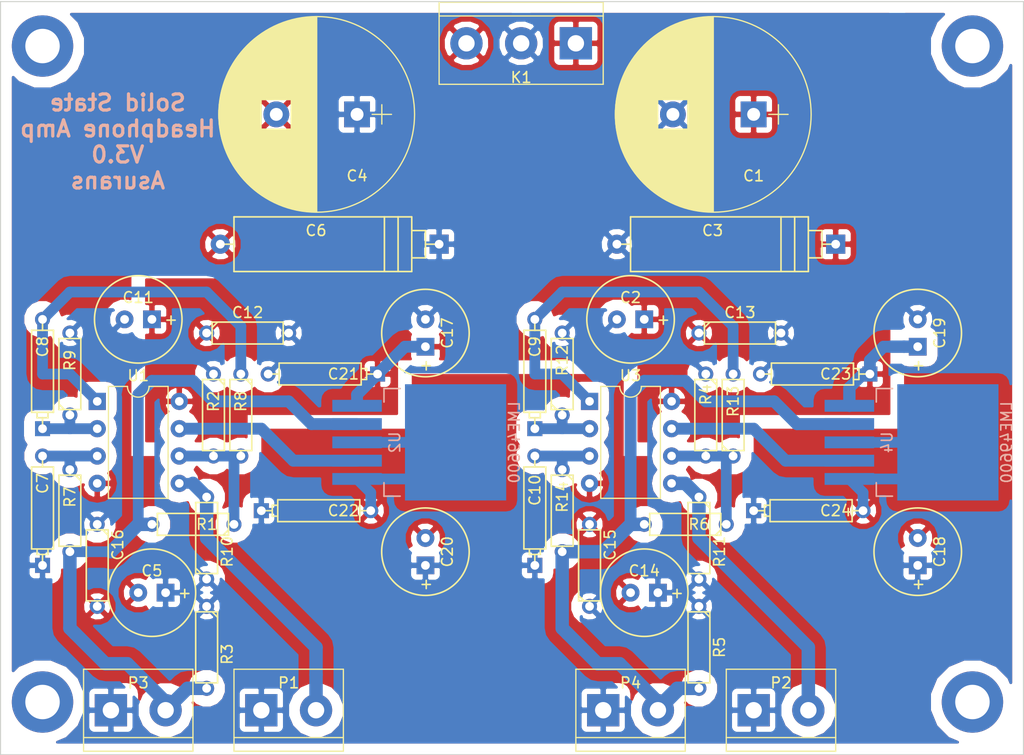
<source format=kicad_pcb>
(kicad_pcb (version 4) (host pcbnew 4.0.7)
  (layers (0 F.Cu signal) (31 B.Cu signal) (34 B.Paste user) (35 F.Paste user) (36 B.SilkS user) (37 F.SilkS user) (38 B.Mask user) (39 F.Mask user) (44 Edge.Cuts user))
  (net 0 "")
  (net 1 VCC)
  (net 2 GND)
  (net 3 VEE)
  (net 4 "Net-(C7-Pad2)")
  (net 5 "Net-(C8-Pad1)")
  (net 6 "Net-(C8-Pad2)")
  (net 7 "Net-(C9-Pad1)")
  (net 8 "Net-(C9-Pad2)")
  (net 9 "Net-(C10-Pad2)")
  (net 10 "Net-(R1-Pad1)")
  (net 11 "Net-(R13-Pad1)")
  (net 12 "Net-(U1-Pad7)")
  (net 13 "Net-(U3-Pad7)")
  (net 14 "Net-(P1-Pad2)")
  (net 15 "Net-(P2-Pad2)")
  (net 16 "Net-(P3-Pad2)")
  (net 17 "Net-(P4-Pad2)")
  (module Connectors:bornier2 (layer F.Cu) (at 95.25 85.852)
    (fp_text reference P3 (at 2.54 -2.54) (layer F.SilkS))
    (fp_text value CONN_01X02)
    (pad 1 thru_hole rect (at 0 0) (size 3 3) (drill 1.52) (layers *.Cu *.Mask) (net 2 GND))
    (pad 2 thru_hole circle (at 5.08 0) (size 3 3) (drill 1.52) (layers *.Cu *.Mask) (net 16 "Net-(P3-Pad2)"))
  )
  (module TO_SOT_Packages_SMD:TO-263-5Lead (layer B.Cu) (at 118.11 60.96)
    (fp_text reference U2 (at 3.5 0 270) (layer B.SilkS) (effects (justify mirror)))
    (fp_text value LME49600 (at 14.605 0 90) (layer B.SilkS) (effects (justify mirror)))
    (pad 5 smd rect (at 0 -3.4) (size 4.6 1.1) (layers B.Cu B.Paste B.Mask) (net 1 VCC))
    (pad 4 smd rect (at 0 -1.7) (size 4.6 1.1) (layers B.Cu B.Paste B.Mask) (net 16 "Net-(P3-Pad2)"))
    (pad 2 smd rect (at 0 1.7) (size 4.6 1.1) (layers B.Cu B.Paste B.Mask) (net 12 "Net-(U1-Pad7)"))
    (pad 3 smd rect (at 9.15 0) (size 9.4 10.8) (layers B.Cu B.Paste B.Mask) (net 3 VEE))
    (pad 3 smd rect (at 0 0) (size 4.6 1.1) (layers B.Cu B.Paste B.Mask) (net 3 VEE))
    (pad 1 smd rect (at 0 3.4) (size 4.6 1.1) (layers B.Cu B.Paste B.Mask) (net 3 VEE))
  )
  (module Discret:C1V8 (layer F.Cu) (at 143.51 49.53 180)
    (fp_text reference C2 (at 0 2.032 180) (layer F.SilkS))
    (fp_text value 47u)
    (fp_text user + (at -3.04546 0 180) (layer F.SilkS))
    (pad 1 thru_hole rect (at -1.27 0 180) (size 1.651 1.651) (drill 0.8128) (layers *.Cu *.Mask) (net 1 VCC))
    (pad 2 thru_hole circle (at 1.27 0 180) (size 1.651 1.651) (drill 0.8128) (layers *.Cu *.Mask) (net 2 GND))
  )
  (module Discret:CP8 (layer F.Cu) (at 152.4 42.545 180)
    (fp_text reference C3 (at 1.27 1.27 180) (layer F.SilkS))
    (fp_text value 8200p)
    (pad 1 thru_hole rect (at -10.16 0 180) (size 1.778 1.778) (drill 0.8128) (layers *.Cu *.Mask) (net 1 VCC))
    (pad 2 thru_hole circle (at 10.16 0 180) (size 1.778 1.778) (drill 0.8128) (layers *.Cu *.Mask) (net 2 GND))
  )
  (module Discret:C1V8 (layer F.Cu) (at 99.06 74.93 180)
    (fp_text reference C5 (at 0 2.032 180) (layer F.SilkS))
    (fp_text value 47u)
    (fp_text user + (at -3.04546 0 180) (layer F.SilkS))
    (pad 1 thru_hole rect (at -1.27 0 180) (size 1.651 1.651) (drill 0.8128) (layers *.Cu *.Mask) (net 2 GND))
    (pad 2 thru_hole circle (at 1.27 0 180) (size 1.651 1.651) (drill 0.8128) (layers *.Cu *.Mask) (net 3 VEE))
  )
  (module Discret:CP8 (layer F.Cu) (at 115.57 42.545 180)
    (fp_text reference C6 (at 1.27 1.27 180) (layer F.SilkS))
    (fp_text value 8200p)
    (pad 1 thru_hole rect (at -10.16 0 180) (size 1.778 1.778) (drill 0.8128) (layers *.Cu *.Mask) (net 2 GND))
    (pad 2 thru_hole circle (at 10.16 0 180) (size 1.778 1.778) (drill 0.8128) (layers *.Cu *.Mask) (net 3 VEE))
  )
  (module Discret:C1V8 (layer F.Cu) (at 97.79 49.53 180)
    (fp_text reference C11 (at 0 2.032 180) (layer F.SilkS))
    (fp_text value 47u)
    (fp_text user + (at -3.04546 0 180) (layer F.SilkS))
    (pad 1 thru_hole rect (at -1.27 0 180) (size 1.651 1.651) (drill 0.8128) (layers *.Cu *.Mask) (net 1 VCC))
    (pad 2 thru_hole circle (at 1.27 0 180) (size 1.651 1.651) (drill 0.8128) (layers *.Cu *.Mask) (net 2 GND))
  )
  (module Discret:C1V8 (layer F.Cu) (at 144.78 74.93 180)
    (fp_text reference C14 (at 0 2.032 180) (layer F.SilkS))
    (fp_text value 47u)
    (fp_text user + (at -3.04546 0 180) (layer F.SilkS))
    (pad 1 thru_hole rect (at -1.27 0 180) (size 1.651 1.651) (drill 0.8128) (layers *.Cu *.Mask) (net 2 GND))
    (pad 2 thru_hole circle (at 1.27 0 180) (size 1.651 1.651) (drill 0.8128) (layers *.Cu *.Mask) (net 3 VEE))
  )
  (module Connect:bornier3 (layer F.Cu) (at 138.43 23.876 180)
    (fp_text reference K1 (at 5.08 -3.175 180) (layer F.SilkS))
    (fp_text value CONN_3)
    (pad 1 thru_hole rect (at 0 0 180) (size 3 3) (drill 1.52) (layers *.Cu *.Mask) (net 1 VCC))
    (pad 2 thru_hole circle (at 5.08 0 180) (size 3 3) (drill 1.52) (layers *.Cu *.Mask) (net 2 GND))
    (pad 3 thru_hole circle (at 10.16 0 180) (size 3 3) (drill 1.52) (layers *.Cu *.Mask) (net 3 VEE))
  )
  (module Housings_DIP:DIP-8_W7.62mm (layer F.Cu) (at 93.98 57.15)
    (fp_text reference U1 (at 3.81 -2.39) (layer F.SilkS))
    (fp_text value TL072)
    (pad 1 thru_hole rect (at 0 0) (size 1.6 1.6) (drill 0.8) (layers *.Cu *.Mask) (net 6 "Net-(C8-Pad2)"))
    (pad 5 thru_hole oval (at 7.62 7.62) (size 1.6 1.6) (drill 0.8) (layers *.Cu *.Mask) (net 14 "Net-(P1-Pad2)"))
    (pad 2 thru_hole oval (at 0 2.54) (size 1.6 1.6) (drill 0.8) (layers *.Cu *.Mask) (net 5 "Net-(C8-Pad1)"))
    (pad 6 thru_hole oval (at 7.62 5.08) (size 1.6 1.6) (drill 0.8) (layers *.Cu *.Mask) (net 10 "Net-(R1-Pad1)"))
    (pad 3 thru_hole oval (at 0 5.08) (size 1.6 1.6) (drill 0.8) (layers *.Cu *.Mask) (net 4 "Net-(C7-Pad2)"))
    (pad 7 thru_hole oval (at 7.62 2.54) (size 1.6 1.6) (drill 0.8) (layers *.Cu *.Mask) (net 12 "Net-(U1-Pad7)"))
    (pad 4 thru_hole oval (at 0 7.62) (size 1.6 1.6) (drill 0.8) (layers *.Cu *.Mask) (net 3 VEE))
    (pad 8 thru_hole oval (at 7.62 0) (size 1.6 1.6) (drill 0.8) (layers *.Cu *.Mask) (net 1 VCC))
  )
  (module Housings_DIP:DIP-8_W7.62mm (layer F.Cu) (at 139.7 57.15)
    (fp_text reference U3 (at 3.81 -2.39) (layer F.SilkS))
    (fp_text value TL072)
    (pad 1 thru_hole rect (at 0 0) (size 1.6 1.6) (drill 0.8) (layers *.Cu *.Mask) (net 8 "Net-(C9-Pad2)"))
    (pad 5 thru_hole oval (at 7.62 7.62) (size 1.6 1.6) (drill 0.8) (layers *.Cu *.Mask) (net 15 "Net-(P2-Pad2)"))
    (pad 2 thru_hole oval (at 0 2.54) (size 1.6 1.6) (drill 0.8) (layers *.Cu *.Mask) (net 7 "Net-(C9-Pad1)"))
    (pad 6 thru_hole oval (at 7.62 5.08) (size 1.6 1.6) (drill 0.8) (layers *.Cu *.Mask) (net 11 "Net-(R13-Pad1)"))
    (pad 3 thru_hole oval (at 0 5.08) (size 1.6 1.6) (drill 0.8) (layers *.Cu *.Mask) (net 9 "Net-(C10-Pad2)"))
    (pad 7 thru_hole oval (at 7.62 2.54) (size 1.6 1.6) (drill 0.8) (layers *.Cu *.Mask) (net 13 "Net-(U3-Pad7)"))
    (pad 4 thru_hole oval (at 0 7.62) (size 1.6 1.6) (drill 0.8) (layers *.Cu *.Mask) (net 3 VEE))
    (pad 8 thru_hole oval (at 7.62 0) (size 1.6 1.6) (drill 0.8) (layers *.Cu *.Mask) (net 1 VCC))
  )
  (module Capacitors_ThroughHole:CP_Radial_D18.0mm_P7.50mm (layer F.Cu) (at 154.94 30.48 180)
    (fp_text reference C1 (at 0 -5.715 180) (layer F.SilkS))
    (fp_text value 4700u)
    (pad 1 thru_hole rect (at 0 0 180) (size 2.4 2.4) (drill 1.2) (layers *.Cu *.Mask) (net 1 VCC))
    (pad 2 thru_hole circle (at 7.5 0 180) (size 2.4 2.4) (drill 1.2) (layers *.Cu *.Mask) (net 2 GND))
  )
  (module Capacitors_ThroughHole:CP_Radial_D18.0mm_P7.50mm (layer F.Cu) (at 118.11 30.48 180)
    (fp_text reference C4 (at 0 -5.715 180) (layer F.SilkS))
    (fp_text value 4700u)
    (pad 1 thru_hole rect (at 0 0 180) (size 2.4 2.4) (drill 1.2) (layers *.Cu *.Mask) (net 2 GND))
    (pad 2 thru_hole circle (at 7.5 0 180) (size 2.4 2.4) (drill 1.2) (layers *.Cu *.Mask) (net 3 VEE))
  )
  (module Discret:CP4 (layer F.Cu) (at 88.9 67.31 90)
    (fp_text reference C7 (at 2.54 0 90) (layer F.SilkS))
    (fp_text value 1u)
    (pad 1 thru_hole rect (at -5.08 0 90) (size 1.397 1.397) (drill 0.8128) (layers *.Cu *.Mask) (net 2 GND))
    (pad 2 thru_hole circle (at 5.08 0 90) (size 1.397 1.397) (drill 0.8128) (layers *.Cu *.Mask) (net 4 "Net-(C7-Pad2)"))
  )
  (module Discret:CP4 (layer F.Cu) (at 88.9 54.61 90)
    (fp_text reference C8 (at 2.54 0 90) (layer F.SilkS))
    (fp_text value 1u)
    (pad 1 thru_hole rect (at -5.08 0 90) (size 1.397 1.397) (drill 0.8128) (layers *.Cu *.Mask) (net 5 "Net-(C8-Pad1)"))
    (pad 2 thru_hole circle (at 5.08 0 90) (size 1.397 1.397) (drill 0.8128) (layers *.Cu *.Mask) (net 6 "Net-(C8-Pad2)"))
  )
  (module Discret:CP4 (layer F.Cu) (at 134.62 54.61 90)
    (fp_text reference C9 (at 2.54 0 90) (layer F.SilkS))
    (fp_text value 1u)
    (pad 1 thru_hole rect (at -5.08 0 90) (size 1.397 1.397) (drill 0.8128) (layers *.Cu *.Mask) (net 7 "Net-(C9-Pad1)"))
    (pad 2 thru_hole circle (at 5.08 0 90) (size 1.397 1.397) (drill 0.8128) (layers *.Cu *.Mask) (net 8 "Net-(C9-Pad2)"))
  )
  (module Discret:CP4 (layer F.Cu) (at 134.62 67.31 90)
    (fp_text reference C10 (at 1.905 0 90) (layer F.SilkS))
    (fp_text value 1u)
    (pad 1 thru_hole rect (at -5.08 0 90) (size 1.397 1.397) (drill 0.8128) (layers *.Cu *.Mask) (net 2 GND))
    (pad 2 thru_hole circle (at 5.08 0 90) (size 1.397 1.397) (drill 0.8128) (layers *.Cu *.Mask) (net 9 "Net-(C10-Pad2)"))
  )
  (module Discret:R3 (layer F.Cu) (at 107.95 50.8)
    (fp_text reference C12 (at 0 -1.905) (layer F.SilkS))
    (fp_text value 100n)
    (pad 1 thru_hole circle (at -3.81 0) (size 1.397 1.397) (drill 0.8128) (layers *.Cu *.Mask) (net 1 VCC))
    (pad 2 thru_hole circle (at 3.81 0) (size 1.397 1.397) (drill 0.8128) (layers *.Cu *.Mask) (net 2 GND))
  )
  (module Discret:R3 (layer F.Cu) (at 153.67 50.8)
    (fp_text reference C13 (at 0 -1.905) (layer F.SilkS))
    (fp_text value 100n)
    (pad 1 thru_hole circle (at -3.81 0) (size 1.397 1.397) (drill 0.8128) (layers *.Cu *.Mask) (net 1 VCC))
    (pad 2 thru_hole circle (at 3.81 0) (size 1.397 1.397) (drill 0.8128) (layers *.Cu *.Mask) (net 2 GND))
  )
  (module Discret:R3 (layer F.Cu) (at 139.7 72.39 90)
    (fp_text reference C15 (at 1.905 1.905 90) (layer F.SilkS))
    (fp_text value 100n)
    (pad 1 thru_hole circle (at -3.81 0 90) (size 1.397 1.397) (drill 0.8128) (layers *.Cu *.Mask) (net 2 GND))
    (pad 2 thru_hole circle (at 3.81 0 90) (size 1.397 1.397) (drill 0.8128) (layers *.Cu *.Mask) (net 3 VEE))
  )
  (module Discret:R3 (layer F.Cu) (at 93.98 72.39 270)
    (fp_text reference C16 (at -1.905 -1.905 270) (layer F.SilkS))
    (fp_text value 100n)
    (pad 1 thru_hole circle (at -3.81 0 270) (size 1.397 1.397) (drill 0.8128) (layers *.Cu *.Mask) (net 2 GND))
    (pad 2 thru_hole circle (at 3.81 0 270) (size 1.397 1.397) (drill 0.8128) (layers *.Cu *.Mask) (net 3 VEE))
  )
  (module Discret:R3 (layer F.Cu) (at 102.87 68.58 180)
    (fp_text reference R1 (at -1.27 0 180) (layer F.SilkS))
    (fp_text value 1K)
    (pad 1 thru_hole circle (at -3.81 0 180) (size 1.397 1.397) (drill 0.8128) (layers *.Cu *.Mask) (net 10 "Net-(R1-Pad1)"))
    (pad 2 thru_hole circle (at 3.81 0 180) (size 1.397 1.397) (drill 0.8128) (layers *.Cu *.Mask) (net 16 "Net-(P3-Pad2)"))
  )
  (module Discret:R3 (layer F.Cu) (at 104.775 58.42 270)
    (fp_text reference R2 (at -1.27 0 270) (layer F.SilkS))
    (fp_text value 1K)
    (pad 1 thru_hole circle (at -3.81 0 270) (size 1.397 1.397) (drill 0.8128) (layers *.Cu *.Mask) (net 2 GND))
    (pad 2 thru_hole circle (at 3.81 0 270) (size 1.397 1.397) (drill 0.8128) (layers *.Cu *.Mask) (net 10 "Net-(R1-Pad1)"))
  )
  (module Discret:R3 (layer F.Cu) (at 104.14 80.01 270)
    (fp_text reference R3 (at 0.635 -1.905 270) (layer F.SilkS))
    (fp_text value 100K)
    (pad 1 thru_hole circle (at -3.81 0 270) (size 1.397 1.397) (drill 0.8128) (layers *.Cu *.Mask) (net 2 GND))
    (pad 2 thru_hole circle (at 3.81 0 270) (size 1.397 1.397) (drill 0.8128) (layers *.Cu *.Mask) (net 16 "Net-(P3-Pad2)"))
  )
  (module Discret:R3 (layer F.Cu) (at 150.495 58.42 270)
    (fp_text reference R4 (at -1.905 0 270) (layer F.SilkS))
    (fp_text value 1K)
    (pad 1 thru_hole circle (at -3.81 0 270) (size 1.397 1.397) (drill 0.8128) (layers *.Cu *.Mask) (net 2 GND))
    (pad 2 thru_hole circle (at 3.81 0 270) (size 1.397 1.397) (drill 0.8128) (layers *.Cu *.Mask) (net 11 "Net-(R13-Pad1)"))
  )
  (module Discret:R3 (layer F.Cu) (at 149.86 80.01 270)
    (fp_text reference R5 (at 0 -1.905 270) (layer F.SilkS))
    (fp_text value 100K)
    (pad 1 thru_hole circle (at -3.81 0 270) (size 1.397 1.397) (drill 0.8128) (layers *.Cu *.Mask) (net 2 GND))
    (pad 2 thru_hole circle (at 3.81 0 270) (size 1.397 1.397) (drill 0.8128) (layers *.Cu *.Mask) (net 17 "Net-(P4-Pad2)"))
  )
  (module Discret:R3 (layer F.Cu) (at 148.59 68.58 180)
    (fp_text reference R6 (at -1.27 0 180) (layer F.SilkS))
    (fp_text value 1K)
    (pad 1 thru_hole circle (at -3.81 0 180) (size 1.397 1.397) (drill 0.8128) (layers *.Cu *.Mask) (net 11 "Net-(R13-Pad1)"))
    (pad 2 thru_hole circle (at 3.81 0 180) (size 1.397 1.397) (drill 0.8128) (layers *.Cu *.Mask) (net 17 "Net-(P4-Pad2)"))
  )
  (module Discret:R3 (layer F.Cu) (at 91.44 67.31 270)
    (fp_text reference R7 (at -1.27 0 270) (layer F.SilkS))
    (fp_text value 1M)
    (pad 1 thru_hole circle (at -3.81 0 270) (size 1.397 1.397) (drill 0.8128) (layers *.Cu *.Mask) (net 4 "Net-(C7-Pad2)"))
    (pad 2 thru_hole circle (at 3.81 0 270) (size 1.397 1.397) (drill 0.8128) (layers *.Cu *.Mask) (net 16 "Net-(P3-Pad2)"))
  )
  (module Discret:R3 (layer F.Cu) (at 107.315 58.42 270)
    (fp_text reference R8 (at -1.27 0 270) (layer F.SilkS))
    (fp_text value 1K)
    (pad 1 thru_hole circle (at -3.81 0 270) (size 1.397 1.397) (drill 0.8128) (layers *.Cu *.Mask) (net 6 "Net-(C8-Pad2)"))
    (pad 2 thru_hole circle (at 3.81 0 270) (size 1.397 1.397) (drill 0.8128) (layers *.Cu *.Mask) (net 10 "Net-(R1-Pad1)"))
  )
  (module Discret:R3 (layer F.Cu) (at 91.44 54.61 90)
    (fp_text reference R9 (at 1.27 0 90) (layer F.SilkS))
    (fp_text value 1M)
    (pad 1 thru_hole circle (at -3.81 0 90) (size 1.397 1.397) (drill 0.8128) (layers *.Cu *.Mask) (net 5 "Net-(C8-Pad1)"))
    (pad 2 thru_hole circle (at 3.81 0 90) (size 1.397 1.397) (drill 0.8128) (layers *.Cu *.Mask) (net 2 GND))
  )
  (module Discret:R3 (layer F.Cu) (at 104.14 69.85 90)
    (fp_text reference R10 (at -1.27 1.905 90) (layer F.SilkS))
    (fp_text value 47K)
    (pad 1 thru_hole circle (at -3.81 0 90) (size 1.397 1.397) (drill 0.8128) (layers *.Cu *.Mask) (net 2 GND))
    (pad 2 thru_hole circle (at 3.81 0 90) (size 1.397 1.397) (drill 0.8128) (layers *.Cu *.Mask) (net 14 "Net-(P1-Pad2)"))
  )
  (module Discret:R3 (layer F.Cu) (at 149.86 69.85 270)
    (fp_text reference R11 (at 1.27 -1.905 270) (layer F.SilkS))
    (fp_text value 47K)
    (pad 1 thru_hole circle (at -3.81 0 270) (size 1.397 1.397) (drill 0.8128) (layers *.Cu *.Mask) (net 15 "Net-(P2-Pad2)"))
    (pad 2 thru_hole circle (at 3.81 0 270) (size 1.397 1.397) (drill 0.8128) (layers *.Cu *.Mask) (net 2 GND))
  )
  (module Discret:R3 (layer F.Cu) (at 137.16 54.61 90)
    (fp_text reference R12 (at 1.27 0 90) (layer F.SilkS))
    (fp_text value 1M)
    (pad 1 thru_hole circle (at -3.81 0 90) (size 1.397 1.397) (drill 0.8128) (layers *.Cu *.Mask) (net 7 "Net-(C9-Pad1)"))
    (pad 2 thru_hole circle (at 3.81 0 90) (size 1.397 1.397) (drill 0.8128) (layers *.Cu *.Mask) (net 2 GND))
  )
  (module Discret:R3 (layer F.Cu) (at 153.035 58.42 90)
    (fp_text reference R13 (at 1.27 0 90) (layer F.SilkS))
    (fp_text value 1K)
    (pad 1 thru_hole circle (at -3.81 0 90) (size 1.397 1.397) (drill 0.8128) (layers *.Cu *.Mask) (net 11 "Net-(R13-Pad1)"))
    (pad 2 thru_hole circle (at 3.81 0 90) (size 1.397 1.397) (drill 0.8128) (layers *.Cu *.Mask) (net 8 "Net-(C9-Pad2)"))
  )
  (module Discret:R3 (layer F.Cu) (at 137.16 67.31 270)
    (fp_text reference R14 (at -1.27 0 270) (layer F.SilkS))
    (fp_text value 1M)
    (pad 1 thru_hole circle (at -3.81 0 270) (size 1.397 1.397) (drill 0.8128) (layers *.Cu *.Mask) (net 9 "Net-(C10-Pad2)"))
    (pad 2 thru_hole circle (at 3.81 0 270) (size 1.397 1.397) (drill 0.8128) (layers *.Cu *.Mask) (net 17 "Net-(P4-Pad2)"))
  )
  (module Discret:C1V8 (layer F.Cu) (at 124.46 50.8 90)
    (fp_text reference C17 (at 0 2.032 90) (layer F.SilkS))
    (fp_text value 47u)
    (fp_text user + (at -3.04546 0 90) (layer F.SilkS))
    (pad 1 thru_hole rect (at -1.27 0 90) (size 1.651 1.651) (drill 0.8128) (layers *.Cu *.Mask) (net 1 VCC))
    (pad 2 thru_hole circle (at 1.27 0 90) (size 1.651 1.651) (drill 0.8128) (layers *.Cu *.Mask) (net 2 GND))
  )
  (module Discret:C1V8 (layer F.Cu) (at 170.18 71.12 90)
    (fp_text reference C18 (at 0 2.032 90) (layer F.SilkS))
    (fp_text value 47u)
    (fp_text user + (at -3.04546 0 90) (layer F.SilkS))
    (pad 1 thru_hole rect (at -1.27 0 90) (size 1.651 1.651) (drill 0.8128) (layers *.Cu *.Mask) (net 2 GND))
    (pad 2 thru_hole circle (at 1.27 0 90) (size 1.651 1.651) (drill 0.8128) (layers *.Cu *.Mask) (net 3 VEE))
  )
  (module Discret:C1V8 (layer F.Cu) (at 170.18 50.8 90)
    (fp_text reference C19 (at 0 2.032 90) (layer F.SilkS))
    (fp_text value 47u)
    (fp_text user + (at -3.04546 0 90) (layer F.SilkS))
    (pad 1 thru_hole rect (at -1.27 0 90) (size 1.651 1.651) (drill 0.8128) (layers *.Cu *.Mask) (net 1 VCC))
    (pad 2 thru_hole circle (at 1.27 0 90) (size 1.651 1.651) (drill 0.8128) (layers *.Cu *.Mask) (net 2 GND))
  )
  (module Discret:C1V8 (layer F.Cu) (at 124.46 71.12 90)
    (fp_text reference C20 (at 0 2.032 90) (layer F.SilkS))
    (fp_text value 47u)
    (fp_text user + (at -3.04546 0 90) (layer F.SilkS))
    (pad 1 thru_hole rect (at -1.27 0 90) (size 1.651 1.651) (drill 0.8128) (layers *.Cu *.Mask) (net 2 GND))
    (pad 2 thru_hole circle (at 1.27 0 90) (size 1.651 1.651) (drill 0.8128) (layers *.Cu *.Mask) (net 3 VEE))
  )
  (module Discret:CP4 (layer F.Cu) (at 114.935 54.61 180)
    (fp_text reference C21 (at -1.905 0 180) (layer F.SilkS))
    (fp_text value 22u)
    (pad 1 thru_hole rect (at -5.08 0 180) (size 1.397 1.397) (drill 0.8128) (layers *.Cu *.Mask) (net 1 VCC))
    (pad 2 thru_hole circle (at 5.08 0 180) (size 1.397 1.397) (drill 0.8128) (layers *.Cu *.Mask) (net 2 GND))
  )
  (module Discret:CP4 (layer F.Cu) (at 114.3 67.31)
    (fp_text reference C22 (at 2.54 0) (layer F.SilkS))
    (fp_text value 22u)
    (pad 1 thru_hole rect (at -5.08 0) (size 1.397 1.397) (drill 0.8128) (layers *.Cu *.Mask) (net 2 GND))
    (pad 2 thru_hole circle (at 5.08 0) (size 1.397 1.397) (drill 0.8128) (layers *.Cu *.Mask) (net 3 VEE))
  )
  (module Discret:CP4 (layer F.Cu) (at 160.655 54.61 180)
    (fp_text reference C23 (at -1.905 0 180) (layer F.SilkS))
    (fp_text value 22u)
    (pad 1 thru_hole rect (at -5.08 0 180) (size 1.397 1.397) (drill 0.8128) (layers *.Cu *.Mask) (net 1 VCC))
    (pad 2 thru_hole circle (at 5.08 0 180) (size 1.397 1.397) (drill 0.8128) (layers *.Cu *.Mask) (net 2 GND))
  )
  (module Discret:CP4 (layer F.Cu) (at 160.02 67.31)
    (fp_text reference C24 (at 2.54 0) (layer F.SilkS))
    (fp_text value 22u)
    (pad 1 thru_hole rect (at -5.08 0) (size 1.397 1.397) (drill 0.8128) (layers *.Cu *.Mask) (net 2 GND))
    (pad 2 thru_hole circle (at 5.08 0) (size 1.397 1.397) (drill 0.8128) (layers *.Cu *.Mask) (net 3 VEE))
  )
  (module TO_SOT_Packages_SMD:TO-263-5Lead (layer B.Cu) (at 163.83 60.96)
    (fp_text reference U4 (at 3.5 0 270) (layer B.SilkS) (effects (justify mirror)))
    (fp_text value LME49600 (at 14.605 0 90) (layer B.SilkS) (effects (justify mirror)))
    (pad 5 smd rect (at 0 -3.4) (size 4.6 1.1) (layers B.Cu B.Paste B.Mask) (net 1 VCC))
    (pad 4 smd rect (at 0 -1.7) (size 4.6 1.1) (layers B.Cu B.Paste B.Mask) (net 17 "Net-(P4-Pad2)"))
    (pad 2 smd rect (at 0 1.7) (size 4.6 1.1) (layers B.Cu B.Paste B.Mask) (net 13 "Net-(U3-Pad7)"))
    (pad 3 smd rect (at 9.15 0) (size 9.4 10.8) (layers B.Cu B.Paste B.Mask) (net 3 VEE))
    (pad 3 smd rect (at 0 0) (size 4.6 1.1) (layers B.Cu B.Paste B.Mask) (net 3 VEE))
    (pad 1 smd rect (at 0 3.4) (size 4.6 1.1) (layers B.Cu B.Paste B.Mask) (net 3 VEE))
  )
  (module Connectors:bornier2 (layer F.Cu) (at 109.22 85.852)
    (fp_text reference P1 (at 2.54 -2.54) (layer F.SilkS))
    (fp_text value CONN_01X02)
    (pad 1 thru_hole rect (at 0 0) (size 3 3) (drill 1.52) (layers *.Cu *.Mask) (net 2 GND))
    (pad 2 thru_hole circle (at 5.08 0) (size 3 3) (drill 1.52) (layers *.Cu *.Mask) (net 14 "Net-(P1-Pad2)"))
  )
  (module Connectors:bornier2 (layer F.Cu) (at 154.94 85.852)
    (fp_text reference P2 (at 2.54 -2.54) (layer F.SilkS))
    (fp_text value CONN_01X02)
    (pad 1 thru_hole rect (at 0 0) (size 3 3) (drill 1.52) (layers *.Cu *.Mask) (net 2 GND))
    (pad 2 thru_hole circle (at 5.08 0) (size 3 3) (drill 1.52) (layers *.Cu *.Mask) (net 15 "Net-(P2-Pad2)"))
  )
  (module Connectors:bornier2 (layer F.Cu) (at 140.97 85.852)
    (fp_text reference P4 (at 2.54 -2.54) (layer F.SilkS))
    (fp_text value CONN_01X02)
    (pad 1 thru_hole rect (at 0 0) (size 3 3) (drill 1.52) (layers *.Cu *.Mask) (net 2 GND))
    (pad 2 thru_hole circle (at 5.08 0) (size 3 3) (drill 1.52) (layers *.Cu *.Mask) (net 17 "Net-(P4-Pad2)"))
  )
  (module Mounting_Holes:MountingHole_3.2mm_M3_ISO7380_Pad (layer F.Cu) (at 175.26 24.13)
    (fp_text reference REF** hide)
    (fp_text value MountingHole_3.2mm_M3_ISO7380_Pad)
    (pad 1 thru_hole circle (at 0 0) (size 5.7 5.7) (drill 3.2) (layers *.Cu *.Mask))
  )
  (module Mounting_Holes:MountingHole_3.2mm_M3_ISO7380_Pad (layer F.Cu) (at 88.9 24.13)
    (fp_text reference REF** hide)
    (fp_text value MountingHole_3.2mm_M3_ISO7380_Pad)
    (pad 1 thru_hole circle (at 0 0) (size 5.7 5.7) (drill 3.2) (layers *.Cu *.Mask))
  )
  (module Mounting_Holes:MountingHole_3.2mm_M3_ISO7380_Pad (layer F.Cu) (at 88.9 85.09)
    (fp_text reference REF** hide)
    (fp_text value MountingHole_3.2mm_M3_ISO7380_Pad)
    (pad 1 thru_hole circle (at 0 0) (size 5.7 5.7) (drill 3.2) (layers *.Cu *.Mask))
  )
  (module Mounting_Holes:MountingHole_3.2mm_M3_ISO7380_Pad (layer F.Cu) (at 175.26 85.09)
    (fp_text reference REF** hide)
    (fp_text value MountingHole_3.2mm_M3_ISO7380_Pad)
    (pad 1 thru_hole circle (at 0 0) (size 5.7 5.7) (drill 3.2) (layers *.Cu *.Mask))
  )
  (gr_text "Solid State\nHeadphone Amp\nV3.0\nAsurans" (at 95.885 33.02) (layer B.SilkS) (effects (font (size 1.5 1.5) (thickness 0.3)) (justify mirror)))
  (gr_line (start 180 20) (end 180 90) (angle 90) (layer Edge.Cuts) (width 0.1))
  (gr_line (start 85 20) (end 180 20) (angle 90) (layer Edge.Cuts) (width 0.1))
  (gr_line (start 180 90) (end 85 90) (angle 90) (layer Edge.Cuts) (width 0.1))
  (gr_line (start 85 90) (end 85 20) (angle 90) (layer Edge.Cuts) (width 0.1))
  (gr_line (start 85 90) (end 180 90) (angle 90) (layer Edge.Cuts) (width 0.1))
  (segment (start 118.11 57.56) (end 118.11 56.515) (width 1.1) (layer B.Cu) (net 1))
  (segment (start 122.555 52.07) (end 124.46 52.07) (width 1.1) (layer B.Cu) (net 1))
  (segment (start 118.11 56.515) (end 122.555 52.07) (width 1.1) (layer B.Cu) (net 1))
  (segment (start 167.64 52.07) (end 167.005 52.07) (width 1.1) (layer B.Cu) (net 1))
  (segment (start 170.18 52.07) (end 168.91 52.07) (width 1.15) (layer B.Cu) (net 1))
  (segment (start 167.64 52.07) (end 168.91 52.07) (width 1.15) (layer B.Cu) (net 1))
  (segment (start 165.735 53.34) (end 165.735 54.61) (width 1.1) (layer B.Cu) (net 1))
  (segment (start 167.005 52.07) (end 165.735 53.34) (width 1.1) (layer B.Cu) (net 1))
  (segment (start 165.735 54.61) (end 165.1 54.61) (width 1.1) (layer B.Cu) (net 1))
  (segment (start 165.1 54.61) (end 163.83 55.88) (width 1.1) (layer B.Cu) (net 1))
  (segment (start 163.83 55.88) (end 163.83 57.56) (width 1.15) (layer B.Cu) (net 1))
  (segment (start 163.83 64.36) (end 169.58 64.36) (width 1) (layer B.Cu) (net 3))
  (segment (start 169.58 64.36) (end 172.98 60.96) (width 1) (layer B.Cu) (net 3))
  (segment (start 118.11 64.36) (end 123.86 64.36) (width 1) (layer B.Cu) (net 3))
  (segment (start 123.86 64.36) (end 127.26 60.96) (width 1) (layer B.Cu) (net 3))
  (segment (start 165.1 67.31) (end 165.1 65.63) (width 1) (layer B.Cu) (net 3))
  (segment (start 165.1 65.63) (end 163.83 64.36) (width 1) (layer B.Cu) (net 3))
  (segment (start 119.38 67.31) (end 119.38 65.63) (width 1) (layer B.Cu) (net 3))
  (segment (start 119.38 65.63) (end 118.11 64.36) (width 1) (layer B.Cu) (net 3))
  (segment (start 118.11 60.96) (end 127.26 60.96) (width 1) (layer B.Cu) (net 3))
  (segment (start 163.83 60.96) (end 172.98 60.96) (width 1) (layer B.Cu) (net 3))
  (segment (start 91.44 62.23) (end 91.44 63.5) (width 1) (layer B.Cu) (net 4))
  (segment (start 91.44 62.23) (end 88.9 62.23) (width 1) (layer B.Cu) (net 4))
  (segment (start 93.98 62.23) (end 91.44 62.23) (width 1) (layer B.Cu) (net 4))
  (segment (start 91.44 58.42) (end 91.44 59.69) (width 1) (layer B.Cu) (net 5))
  (segment (start 88.9 59.69) (end 91.44 59.69) (width 1) (layer B.Cu) (net 5))
  (segment (start 91.44 59.69) (end 93.98 59.69) (width 1) (layer B.Cu) (net 5))
  (segment (start 107.315 54.61) (end 107.315 50.165) (width 1) (layer B.Cu) (net 6))
  (segment (start 106.68 49.53) (end 104.14 46.99) (width 1) (layer B.Cu) (net 6))
  (segment (start 104.14 46.99) (end 91.44 46.99) (width 1) (layer B.Cu) (net 6))
  (segment (start 91.44 46.99) (end 88.9 49.53) (width 1) (layer B.Cu) (net 6))
  (segment (start 107.315 50.165) (end 106.68 49.53) (width 1) (layer B.Cu) (net 6))
  (segment (start 88.9 49.53) (end 88.9 54.61) (width 1) (layer B.Cu) (net 6))
  (segment (start 92.71 55.88) (end 93.98 57.15) (width 1) (layer B.Cu) (net 6))
  (segment (start 91.44 54.61) (end 92.71 55.88) (width 1) (layer B.Cu) (net 6))
  (segment (start 88.9 54.61) (end 91.44 54.61) (width 1) (layer B.Cu) (net 6))
  (segment (start 137.16 59.69) (end 139.7 59.69) (width 1) (layer B.Cu) (net 7))
  (segment (start 134.62 59.69) (end 137.16 59.69) (width 1) (layer B.Cu) (net 7))
  (segment (start 137.16 58.42) (end 137.16 59.69) (width 1) (layer B.Cu) (net 7))
  (segment (start 153.035 54.61) (end 153.035 50.165) (width 1) (layer B.Cu) (net 8))
  (segment (start 152.4 49.53) (end 149.86 46.99) (width 1) (layer B.Cu) (net 8))
  (segment (start 149.86 46.99) (end 137.16 46.99) (width 1) (layer B.Cu) (net 8))
  (segment (start 137.16 46.99) (end 134.62 49.53) (width 1) (layer B.Cu) (net 8))
  (segment (start 153.035 50.165) (end 152.4 49.53) (width 1) (layer B.Cu) (net 8))
  (segment (start 134.62 54.61) (end 137.16 54.61) (width 1) (layer B.Cu) (net 8))
  (segment (start 137.16 54.61) (end 138.43 55.88) (width 1) (layer B.Cu) (net 8))
  (segment (start 138.43 55.88) (end 139.7 57.15) (width 1) (layer B.Cu) (net 8))
  (segment (start 134.62 49.53) (end 134.62 54.61) (width 1) (layer B.Cu) (net 8))
  (segment (start 137.16 62.23) (end 137.16 63.5) (width 1) (layer B.Cu) (net 9))
  (segment (start 139.7 62.23) (end 137.16 62.23) (width 1) (layer B.Cu) (net 9))
  (segment (start 137.16 62.23) (end 134.62 62.23) (width 1) (layer B.Cu) (net 9))
  (segment (start 107.315 62.23) (end 106.68 62.23) (width 1) (layer B.Cu) (net 10))
  (segment (start 106.68 68.58) (end 106.68 62.23) (width 1) (layer B.Cu) (net 10))
  (segment (start 106.68 62.23) (end 104.14 62.23) (width 1) (layer B.Cu) (net 10))
  (segment (start 104.14 62.23) (end 101.6 62.23) (width 1) (layer B.Cu) (net 10))
  (segment (start 153.035 62.23) (end 152.4 62.23) (width 1) (layer B.Cu) (net 11))
  (segment (start 152.4 68.58) (end 152.4 62.23) (width 1) (layer B.Cu) (net 11))
  (segment (start 149.86 62.23) (end 147.32 62.23) (width 1) (layer B.Cu) (net 11))
  (segment (start 152.4 62.23) (end 149.86 62.23) (width 1) (layer B.Cu) (net 11))
  (segment (start 118.11 62.66) (end 112.19 62.66) (width 1.1) (layer B.Cu) (net 12))
  (segment (start 109.22 59.69) (end 101.6 59.69) (width 1.1) (layer B.Cu) (net 12))
  (segment (start 112.19 62.66) (end 109.22 59.69) (width 1.1) (layer B.Cu) (net 12))
  (segment (start 163.83 62.66) (end 157.91 62.66) (width 1.1) (layer B.Cu) (net 13))
  (segment (start 154.94 59.69) (end 147.32 59.69) (width 1.1) (layer B.Cu) (net 13))
  (segment (start 157.91 62.66) (end 154.94 59.69) (width 1.1) (layer B.Cu) (net 13))
  (segment (start 114.3 85.852) (end 114.3 82.55) (width 1.25) (layer B.Cu) (net 14))
  (segment (start 114.3 80.01) (end 105.41 71.12) (width 1.25) (layer B.Cu) (net 14))
  (segment (start 104.14 69.85) (end 104.14 66.04) (width 1.25) (layer B.Cu) (net 14))
  (segment (start 104.14 69.85) (end 105.41 71.12) (width 1.25) (layer B.Cu) (net 14))
  (segment (start 114.3 82.55) (end 114.3 80.01) (width 1.25) (layer B.Cu) (net 14))
  (segment (start 104.14 66.04) (end 102.87 64.77) (width 1.25) (layer B.Cu) (net 14))
  (segment (start 102.87 64.77) (end 101.6 64.77) (width 1) (layer B.Cu) (net 14))
  (segment (start 160.02 85.852) (end 160.02 82.55) (width 1.25) (layer B.Cu) (net 15))
  (segment (start 160.02 80.01) (end 149.86 69.85) (width 1.25) (layer B.Cu) (net 15))
  (segment (start 149.86 69.85) (end 149.86 66.04) (width 1.25) (layer B.Cu) (net 15))
  (segment (start 160.02 82.55) (end 160.02 80.01) (width 1.25) (layer B.Cu) (net 15))
  (segment (start 147.32 64.77) (end 148.59 64.77) (width 1.25) (layer B.Cu) (net 15))
  (segment (start 148.59 64.77) (end 149.86 66.04) (width 1.25) (layer B.Cu) (net 15))
  (segment (start 91.44 71.12) (end 91.44 78.232) (width 1.25) (layer B.Cu) (net 16))
  (segment (start 91.44 78.232) (end 91.948 78.74) (width 1.25) (layer B.Cu) (net 16))
  (segment (start 91.948 78.74) (end 94.742 81.534) (width 1.25) (layer B.Cu) (net 16))
  (segment (start 100.33 85.09) (end 96.774 81.534) (width 1.25) (layer B.Cu) (net 16))
  (segment (start 94.742 81.534) (end 96.774 81.534) (width 1.25) (layer B.Cu) (net 16))
  (segment (start 100.33 85.09) (end 100.33 85.852) (width 1.25) (layer B.Cu) (net 16))
  (segment (start 104.14 83.82) (end 102.362 83.82) (width 1.25) (layer B.Cu) (net 16))
  (segment (start 102.362 83.82) (end 100.33 85.852) (width 1.25) (layer B.Cu) (net 16))
  (segment (start 113.03 58.42) (end 111.76 57.15) (width 1.1) (layer B.Cu) (net 16))
  (segment (start 111.76 57.15) (end 104.775 57.15) (width 1.1) (layer B.Cu) (net 16))
  (segment (start 104.775 57.15) (end 102.87 55.245) (width 1.1) (layer B.Cu) (net 16))
  (segment (start 102.87 55.245) (end 99.06 55.245) (width 1.1) (layer B.Cu) (net 16))
  (segment (start 99.06 55.245) (end 97.79 56.515) (width 1.1) (layer B.Cu) (net 16))
  (segment (start 102.87 55.245) (end 99.06 55.245) (width 1) (layer B.Cu) (net 16))
  (segment (start 99.06 55.245) (end 97.79 56.515) (width 1) (layer B.Cu) (net 16))
  (segment (start 97.79 68.58) (end 97.79 56.515) (width 1) (layer B.Cu) (net 16))
  (segment (start 113.87 59.26) (end 118.11 59.26) (width 1.1) (layer B.Cu) (net 16))
  (segment (start 113.87 59.26) (end 113.03 58.42) (width 1.1) (layer B.Cu) (net 16))
  (segment (start 104.775 57.15) (end 102.87 55.245) (width 1) (layer B.Cu) (net 16))
  (segment (start 111.76 57.15) (end 104.775 57.15) (width 1) (layer B.Cu) (net 16))
  (segment (start 96.52 69.85) (end 97.79 68.58) (width 1.25) (layer B.Cu) (net 16))
  (segment (start 99.06 68.58) (end 97.79 68.58) (width 1.25) (layer B.Cu) (net 16))
  (segment (start 96.52 69.85) (end 95.25 71.12) (width 1.25) (layer B.Cu) (net 16))
  (segment (start 95.25 71.12) (end 91.44 71.12) (width 1) (layer B.Cu) (net 16))
  (segment (start 148.082 83.82) (end 146.05 85.852) (width 1.25) (layer B.Cu) (net 17))
  (segment (start 149.86 83.82) (end 148.082 83.82) (width 1.25) (layer B.Cu) (net 17))
  (segment (start 146.05 85.09) (end 146.05 85.852) (width 1.25) (layer B.Cu) (net 17))
  (segment (start 140.462 81.534) (end 142.494 81.534) (width 1.25) (layer B.Cu) (net 17))
  (segment (start 146.05 85.09) (end 142.494 81.534) (width 1.25) (layer B.Cu) (net 17))
  (segment (start 137.668 78.74) (end 140.462 81.534) (width 1.25) (layer B.Cu) (net 17))
  (segment (start 137.16 78.232) (end 137.668 78.74) (width 1.25) (layer B.Cu) (net 17))
  (segment (start 137.16 71.12) (end 137.16 78.232) (width 1.25) (layer B.Cu) (net 17))
  (segment (start 149.86 83.82) (end 147.828 83.82) (width 1.25) (layer B.Cu) (net 17))
  (segment (start 147.828 83.82) (end 145.796 85.852) (width 1.25) (layer B.Cu) (net 17))
  (segment (start 144.78 55.245) (end 143.51 56.515) (width 1.1) (layer B.Cu) (net 17))
  (segment (start 148.59 55.245) (end 147.32 55.245) (width 1.1) (layer B.Cu) (net 17))
  (segment (start 147.32 55.245) (end 144.78 55.245) (width 1.1) (layer B.Cu) (net 17))
  (segment (start 150.495 57.15) (end 148.59 55.245) (width 1.1) (layer B.Cu) (net 17))
  (segment (start 143.51 56.515) (end 143.51 68.58) (width 1.1) (layer B.Cu) (net 17))
  (segment (start 150.495 57.15) (end 156.845 57.15) (width 1.1) (layer B.Cu) (net 17))
  (segment (start 156.845 57.15) (end 158.955 59.26) (width 1.1) (layer B.Cu) (net 17))
  (segment (start 158.955 59.26) (end 163.83 59.26) (width 1.1) (layer B.Cu) (net 17))
  (segment (start 156.845 57.15) (end 150.495 57.15) (width 1) (layer B.Cu) (net 17))
  (segment (start 163.83 59.26) (end 158.955 59.26) (width 1.1) (layer B.Cu) (net 17))
  (segment (start 158.955 59.26) (end 156.845 57.15) (width 1.1) (layer B.Cu) (net 17))
  (segment (start 142.24 69.85) (end 143.51 68.58) (width 1.25) (layer B.Cu) (net 17))
  (segment (start 137.16 71.12) (end 140.97 71.12) (width 1.25) (layer B.Cu) (net 17))
  (segment (start 140.97 71.12) (end 142.24 69.85) (width 1.25) (layer B.Cu) (net 17))
  (segment (start 143.51 68.58) (end 144.78 68.58) (width 1.25) (layer B.Cu) (net 17))
  (segment (start 144.78 68.58) (end 143.51 68.58) (width 1) (layer B.Cu) (net 17))
  (segment (start 140.97 71.12) (end 142.24 69.85) (width 1) (layer B.Cu) (net 17))
  (zone (net 2) (net_name GND) (layer B.Cu) (connect_pads (clearance 1)) (min_thickness 0.254) (fill yes (arc_segments 16) (thermal_gap 0.508) (thermal_bridge_width 0.508))
    (polygon (pts (xy 179.832 89.662) (xy 85.09 89.662) (xy 85.09 20.193) (xy 179.832 20.193)))
  )
  (zone (net 1) (net_name VCC) (layer F.Cu) (connect_pads (clearance 1)) (min_thickness 0.254) (fill yes (arc_segments 16) (thermal_gap 0.508) (thermal_bridge_width 0.508))
    (polygon (pts (xy 167.64 58.42) (xy 153.67 58.42) (xy 153.67 60.96) (xy 144.145 60.96) (xy 144.145 53.34) (xy 121.92 53.34) (xy 121.92 58.42) (xy 107.95 58.42) (xy 107.95 60.96) (xy 98.425 60.96) (xy 98.425 45.72) (xy 134.112 45.72) (xy 134.112 19.939) (xy 167.64 19.939)))
  )
  (zone (net 3) (net_name VEE) (layer F.Cu) (connect_pads (clearance 1)) (min_thickness 0.254) (fill yes (arc_segments 16) (thermal_gap 0.508) (thermal_bridge_width 0.508))
    (polygon (pts (xy 132.588 44.45) (xy 97.155 44.45) (xy 97.155 62.23) (xy 109.22 62.23) (xy 109.22 59.69) (xy 123.19 59.69) (xy 123.19 54.61) (xy 142.875 54.61) (xy 142.875 62.23) (xy 154.94 62.23) (xy 154.94 59.69) (xy 168.91 59.69) (xy 168.91 20.066) (xy 179.832 20.066) (xy 179.832 89.916) (xy 85.09 89.662) (xy 85.09 19.939) (xy 132.588 20.193)))
  )
)
</source>
